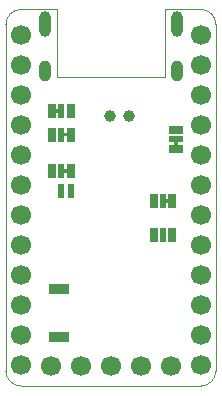
<source format=gbs>
G04 #@! TF.GenerationSoftware,KiCad,Pcbnew,8.0.0*
G04 #@! TF.CreationDate,2024-04-25T16:46:26+07:00*
G04 #@! TF.ProjectId,artemisia,61727465-6d69-4736-9961-2e6b69636164,2*
G04 #@! TF.SameCoordinates,Original*
G04 #@! TF.FileFunction,Soldermask,Bot*
G04 #@! TF.FilePolarity,Negative*
%FSLAX46Y46*%
G04 Gerber Fmt 4.6, Leading zero omitted, Abs format (unit mm)*
G04 Created by KiCad (PCBNEW 8.0.0) date 2024-04-25 16:46:26*
%MOMM*%
%LPD*%
G01*
G04 APERTURE LIST*
G04 Aperture macros list*
%AMFreePoly0*
4,1,5,0.300000,-0.600000,-0.300000,-0.600000,-0.300000,0.600000,0.300000,0.600000,0.300000,-0.600000,0.300000,-0.600000,$1*%
G04 Aperture macros list end*
%ADD10O,1.000000X2.200000*%
%ADD11O,1.000000X1.800000*%
%ADD12C,1.700000*%
%ADD13R,1.700000X0.900000*%
%ADD14C,1.000000*%
%ADD15FreePoly0,0.000000*%
%ADD16R,0.600000X1.200000*%
%ADD17FreePoly0,90.000000*%
%ADD18R,1.200000X0.600000*%
%ADD19FreePoly0,180.000000*%
G04 #@! TA.AperFunction,Profile*
%ADD20C,0.100000*%
G04 #@! TD*
G04 APERTURE END LIST*
G36*
X14250000Y-11150000D02*
G01*
X14550000Y-11150000D01*
X14550000Y-11650000D01*
X14250000Y-11650000D01*
X14250000Y-11150000D01*
G37*
G36*
X13450000Y-16350000D02*
G01*
X13950000Y-16350000D01*
X13950000Y-16050000D01*
X13450000Y-16050000D01*
X13450000Y-16350000D01*
G37*
G36*
X4850000Y-13850000D02*
G01*
X5350000Y-13850000D01*
X5350000Y-13550000D01*
X4850000Y-13550000D01*
X4850000Y-13850000D01*
G37*
G36*
X4850000Y-10750000D02*
G01*
X5350000Y-10750000D01*
X5350000Y-10450000D01*
X4850000Y-10450000D01*
X4850000Y-10750000D01*
G37*
G36*
X4050000Y-8750000D02*
G01*
X4550000Y-8750000D01*
X4550000Y-8450000D01*
X4050000Y-8450000D01*
X4050000Y-8750000D01*
G37*
D10*
X3328000Y-1250474D03*
D11*
X3328000Y-5250474D03*
D10*
X14478000Y-1250474D03*
D11*
X14478000Y-5250474D03*
D12*
X3810000Y-30162500D03*
X6350000Y-30162500D03*
X8890000Y-30162500D03*
X11430000Y-30162500D03*
X13970000Y-30162500D03*
D13*
X4500000Y-23650000D03*
X4500000Y-27750000D03*
D12*
X1270000Y-2146300D03*
X1270000Y-4686300D03*
X1270000Y-7226300D03*
X1270000Y-9766300D03*
X1270000Y-12306300D03*
X1270000Y-14846300D03*
X1270000Y-17386300D03*
X1270000Y-19926300D03*
X1270000Y-22466300D03*
X1270000Y-25006300D03*
X1270000Y-27546300D03*
X1270000Y-30086300D03*
D14*
X8800000Y-9000000D03*
D12*
X16510000Y-2146300D03*
X16510000Y-4686300D03*
X16510000Y-7226300D03*
X16510000Y-9766300D03*
X16510000Y-12306300D03*
X16510000Y-14846300D03*
X16510000Y-17386300D03*
X16510000Y-19926300D03*
X16510000Y-22466300D03*
X16510000Y-25006300D03*
X16510000Y-27546300D03*
X16510000Y-30086300D03*
D15*
X12500000Y-19100000D03*
D16*
X13300000Y-19100000D03*
D15*
X14100000Y-19100000D03*
D17*
X14400000Y-11800000D03*
D18*
X14400000Y-11000000D03*
D17*
X14400000Y-10200000D03*
D19*
X14100000Y-16200000D03*
D16*
X13300000Y-16200000D03*
D19*
X12500000Y-16200000D03*
D14*
X10400000Y-9000000D03*
D19*
X5500000Y-13700000D03*
D16*
X4700000Y-13700000D03*
D19*
X3900000Y-13700000D03*
X5500000Y-10600000D03*
D16*
X4700000Y-10600000D03*
D19*
X3900000Y-10600000D03*
X5500000Y-8600000D03*
D16*
X4700000Y-8600000D03*
D19*
X3900000Y-8600000D03*
D16*
X5500000Y-15400000D03*
X4700000Y-15400000D03*
D20*
X0Y-1270000D02*
X0Y-30607000D01*
X16510000Y0D02*
G75*
G02*
X17780000Y-1270000I0J-1270000D01*
G01*
X13462000Y-5711600D02*
X4318000Y-5711600D01*
X1270000Y-31877000D02*
G75*
G02*
X0Y-30607000I-3J1269997D01*
G01*
X0Y-1270000D02*
G75*
G02*
X1270000Y0I1270000J0D01*
G01*
X17780000Y-1270000D02*
X17780000Y-30607000D01*
X4318000Y-5711600D02*
X4318000Y0D01*
X13462000Y0D02*
X16510000Y0D01*
X1270000Y0D02*
X4318000Y0D01*
X1270000Y-31877000D02*
X16510000Y-31877000D01*
X13462000Y0D02*
X13462000Y-5711600D01*
X17780000Y-30607000D02*
G75*
G02*
X16510000Y-31877000I-1270000J0D01*
G01*
M02*

</source>
